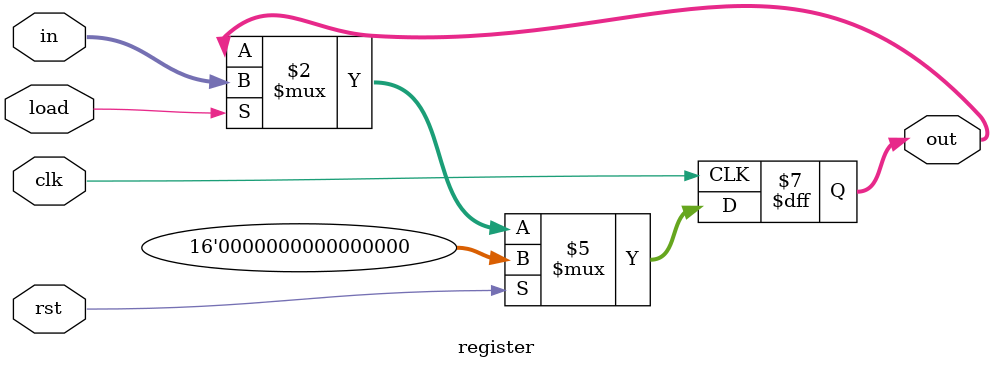
<source format=v>
`timescale 1ns / 1ps


module register(
    input [15:0] in,
    input clk,
    input rst,
    input load,
    output reg [15:0] out
    );
    
    //This acts as a register
    always @(posedge clk) begin
        if (rst) begin
            out <= 16'b0;
        end
        else if (load) begin
            out <= in; //non-blocking used in RTL - if load is 1, the output is the input - else it is the same as before (basically changing states)
        end
    end
endmodule


</source>
